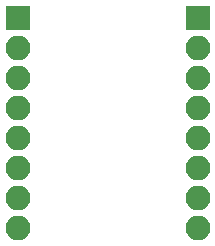
<source format=gbr>
G04 #@! TF.GenerationSoftware,KiCad,Pcbnew,(5.0.0)*
G04 #@! TF.CreationDate,2020-02-18T16:56:27+01:00*
G04 #@! TF.ProjectId,Test multiplexeur analogique,54657374206D756C7469706C65786575,rev?*
G04 #@! TF.SameCoordinates,Original*
G04 #@! TF.FileFunction,Soldermask,Bot*
G04 #@! TF.FilePolarity,Negative*
%FSLAX46Y46*%
G04 Gerber Fmt 4.6, Leading zero omitted, Abs format (unit mm)*
G04 Created by KiCad (PCBNEW (5.0.0)) date 02/18/20 16:56:27*
%MOMM*%
%LPD*%
G01*
G04 APERTURE LIST*
%ADD10O,2.100000X2.100000*%
%ADD11R,2.100000X2.100000*%
G04 APERTURE END LIST*
D10*
G04 #@! TO.C,J1*
X152400000Y-99060000D03*
X152400000Y-96520000D03*
X152400000Y-93980000D03*
X152400000Y-91440000D03*
X152400000Y-88900000D03*
X152400000Y-86360000D03*
X152400000Y-83820000D03*
D11*
X152400000Y-81280000D03*
G04 #@! TD*
G04 #@! TO.C,J2*
X167640000Y-81280000D03*
D10*
X167640000Y-83820000D03*
X167640000Y-86360000D03*
X167640000Y-88900000D03*
X167640000Y-91440000D03*
X167640000Y-93980000D03*
X167640000Y-96520000D03*
X167640000Y-99060000D03*
G04 #@! TD*
M02*

</source>
